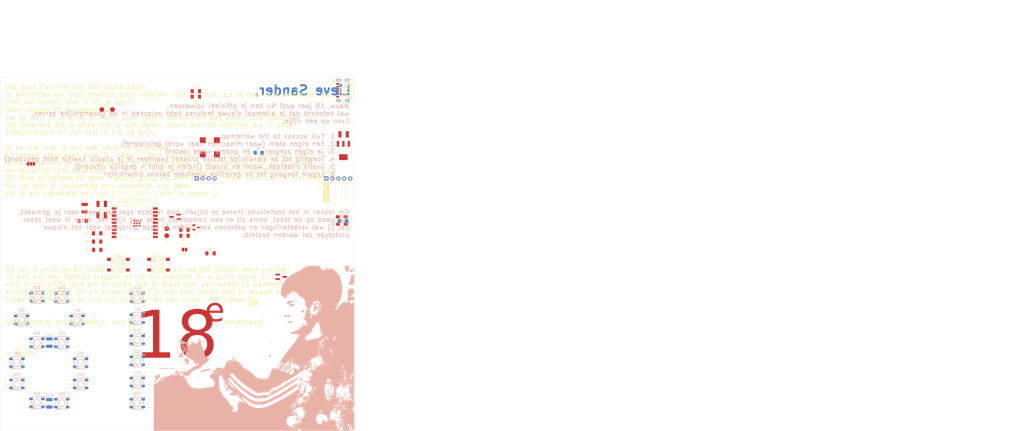
<source format=kicad_pcb>
(kicad_pcb (version 20241229) (generator "pcbnew") (generator_version "9.0")
  (title_block (title "BirtydayCard") (date "2025-03-29") (rev "V1") (comment 1 "Casper R. Tak"))
  (layers (0 "F.Cu" signal) (2 "B.Cu" signal) (13 "F.Paste" user) (15 "B.Paste" user) (5 "F.SilkS" user "F.Silkscreen") (7 "B.SilkS" user "B.Silkscreen") (1 "F.Mask" user) (3 "B.Mask" user) (25 "Edge.Cuts" user))
  (net 0 "")
  (net 1 "GND")
  (net 2 "+3V3")
  (net 3 "ESP_EN")
  (net 4 "GPIO0")
  (net 5 "BUZZ")
  (net 6 "Net-(D10-DIN)")
  (net 7 "Net-(D10-DOUT)")
  (net 8 "GPIO1")
  (net 9 "GPIO4")
  (net 10 "GPIO3")
  (net 11 "Net-(D11-DOUT)")
  (net 12 "D+_USB")
  (net 13 "Net-(D12-DOUT)")
  (net 14 "D-_USB")
  (net 15 "Net-(D13-DOUT)")
  (net 16 "GPIO7")
  (net 17 "GPIO6")
  (net 18 "Net-(USB1-CC2)")
  (net 19 "GPIO8")
  (net 20 "Net-(USB1-CC1)")
  (net 21 "GPIO5")
  (net 22 "Net-(D14-DOUT)")
  (net 23 "Net-(U1-RXD)")
  (net 24 "Net-(U1-TXD)")
  (net 25 "GPIO9")
  (net 26 "GPIO2")
  (net 27 "Net-(D15-DOUT)")
  (net 28 "+5V")
  (net 29 "Net-(Q1-D)")
  (net 30 "Net-(Q1-G)")
  (net 31 "Net-(D16-DOUT)")
  (net 32 "Net-(D16-DIN)")
  (net 33 "Net-(D17-DIN)")
  (net 34 "Net-(D18-DIN)")
  (net 35 "Net-(D19-DIN)")
  (net 36 "Net-(D20-DIN)")
  (net 38 "Net-(D22-DIN)")
  (net 39 "Net-(D23-DIN)")
  (net 40 "Net-(D24-DIN)")
  (net 41 "Net-(D25-DIN)")
  (net 42 "Net-(D26-DIN)")
  (net 43 "Net-(JP2-C)")
  (net 44 "Net-(LED2-K)")
  (net 45 "Net-(F1-Pad1)")
  (footprint "Jumper:SolderJumper-3_P1.3mm_Open_RoundedPad1.0x1.5mm" (layer "F.Cu") (at 37.45 65)
    (property "Reference" "JP2" (at 0 -1.8 0) (layer "F.SilkS"))
    (property "Value" "SolderJumper_3_Open")
    (pad "1" smd custom (at -1.3 0) (size 1 0.5) (layers "F.Cu" "F.Mask") (net 2 "+3V3") (options (clearance outline) (anchor rect)) (primitives (gr_circle (center 0 0.25) (end 0.5 0.25) (width 0) (fill yes)) (gr_circle (center 0 -0.25) (end 0.5 -0.25) (width 0) (fill yes)) (gr_poly (pts (xy 0.55 0.75) (xy 0 0.75) (xy 0 -0.75) (xy 0.55 -0.75)) (width 0) (fill yes))))
    (pad "2" smd rect (at 0 0) (size 1 1.5) (layers "F.Cu" "F.Mask") (net 43 "Net-(JP2-C)"))
    (pad "3" smd custom (at 1.3 0) (size 1 0.5) (layers "F.Cu" "F.Mask") (net 1 "GND") (options (clearance outline) (anchor rect)) (primitives (gr_circle (center 0 0.25) (end 0.5 0.25) (width 0) (fill yes)) (gr_circle (center 0 -0.25) (end 0.5 -0.25) (width 0) (fill yes)) (gr_poly (pts (xy 0 0.75) (xy -0.55 0.75) (xy -0.55 -0.75) (xy 0 -0.75)) (width 0) (fill yes))))
  )
  (footprint "TestPoint:TestPoint_Pad_D2.0mm" (layer "F.Cu") (at 95 95.5 180)
    (property "Reference" "TP1" (at 0 -1.998 0) (layer "F.SilkS"))
    (property "Value" "TestPoint_Probe")
    (pad "1" smd circle (at 0 0 180) (size 2 2) (layers "F.Cu" "F.Mask") (net 23 "Net-(U1-RXD)"))
  )
  (footprint "Resistor_SMD:R_1206_3216Metric_Pad1.30x1.75mm_HandSolder" (layer "F.Cu") (at 59.4 89.2)
    (property "Reference" "R15" (at 0 -1.82 0) (layer "F.SilkS"))
    (property "Value" "10k")
    (pad "1" smd roundrect (at -1.55 0) (size 1.3 1.75) (layers "F.Cu" "F.Mask" "F.Paste") (roundrect_rratio 0.192308) (net 2 "+3V3"))
    (pad "2" smd roundrect (at 1.55 0) (size 1.3 1.75) (layers "F.Cu" "F.Mask" "F.Paste") (roundrect_rratio 0.192308) (net 3 "ESP_EN"))
  )
  (footprint "Connector_PinSocket_2.54mm:PinSocket_1x04_P2.54mm_Vertical" (layer "F.Cu") (at 107.67 71.2 90)
    (property "Reference" "J1" (at 0 -2.63 270) (layer "F.SilkS"))
    (property "Value" "Conn_01x04_Socket")
    (pad "1" thru_hole rect (at 0 0 90) (size 1.7 1.7) (drill 1) (layers "*.Cu" "*.Mask") (net 17 "GPIO6"))
    (pad "2" thru_hole circle (at 0 2.54 90) (size 1.7 1.7) (drill 1) (layers "*.Cu" "*.Mask") (net 16 "GPIO7"))
    (pad "3" thru_hole circle (at 0 5.08 90) (size 1.7 1.7) (drill 1) (layers "*.Cu" "*.Mask") (net 1 "GND"))
    (pad "4" thru_hole circle (at 0 7.62 90) (size 1.7 1.7) (drill 1) (layers "*.Cu" "*.Mask") (net 2 "+3V3"))
  )
  (footprint "Package_TO_SOT_SMD:SOT-23_Handsoldering" (layer "F.Cu") (at 98.5 87.5 180)
    (property "Reference" "D6" (at 0 -2.75 0) (layer "F.SilkS"))
    (property "Value" "7A 150W")
    (pad "1" smd roundrect (at -1.5 -0.95 180) (size 1.9 0.8) (layers "F.Cu" "F.Mask" "F.Paste") (net 14 "D-_USB"))
    (pad "2" smd roundrect (at -1.5 0.95 180) (size 1.9 0.8) (layers "F.Cu" "F.Mask" "F.Paste") (net 12 "D+_USB"))
    (pad "3" smd roundrect (at 1.5 0 180) (size 1.9 0.8) (layers "F.Cu" "F.Mask" "F.Paste") (net 1 "GND"))
  )
  (footprint "Resistor_SMD:R_1206_3216Metric_Pad1.30x1.75mm_HandSolder" (layer "F.Cu") (at 65.5 98)
    (property "Reference" "R10" (at -3.95 0 0) (layer "F.SilkS"))
    (property "Value" "10k")
    (pad "1" smd roundrect (at -1.55 0) (size 1.3 1.75) (layers "F.Cu" "F.Mask" "F.Paste") (roundrect_rratio 0.192308) (net 2 "+3V3"))
    (pad "2" smd roundrect (at 1.55 0) (size 1.3 1.75) (layers "F.Cu" "F.Mask" "F.Paste") (roundrect_rratio 0.192308) (net 16 "GPIO7"))
  )
  (footprint "Resistor_SMD:R_1206_3216Metric_Pad1.30x1.75mm_HandSolder" (layer "F.Cu") (at 65.5 94.5)
    (property "Reference" "R11" (at -3.95 0 0) (layer "F.SilkS"))
    (property "Value" "10k")
    (pad "1" smd roundrect (at -1.55 0) (size 1.3 1.75) (layers "F.Cu" "F.Mask" "F.Paste") (roundrect_rratio 0.192308) (net 2 "+3V3"))
    (pad "2" smd roundrect (at 1.55 0) (size 1.3 1.75) (layers "F.Cu" "F.Mask" "F.Paste") (roundrect_rratio 0.192308) (net 17 "GPIO6"))
  )
  (footprint "Jumper:SolderJumper-2_P1.3mm_Open_Pad1.0x1.5mm" (layer "F.Cu") (at 102.55 101.4 180)
    (property "Reference" "JP1" (at 0 -1.8 0) (layer "F.SilkS"))
    (property "Value" "SolderJumper_2_Open")
    (pad "1" smd rect (at -0.65 0 180) (size 1 1.5) (layers "F.Cu" "F.Mask") (net 1 "GND"))
    (pad "2" smd rect (at 0.65 0 180) (size 1 1.5) (layers "F.Cu" "F.Mask") (net 25 "GPIO9"))
  )
  (footprint "Resistor_SMD:R_1206_3216Metric_Pad1.30x1.75mm_HandSolder" (layer "F.Cu") (at 107.35 36.5)
    (property "Reference" "R13" (at 0 2.1 0) (layer "F.SilkS"))
    (property "Value" "5k1")
    (pad "1" smd roundrect (at -1.55 0) (size 1.3 1.75) (layers "F.Cu" "F.Mask" "F.Paste") (roundrect_rratio 0.192308) (net 1 "GND"))
    (pad "2" smd roundrect (at 1.55 0) (size 1.3 1.75) (layers "F.Cu" "F.Mask" "F.Paste") (roundrect_rratio 0.192308) (net 18 "Net-(USB1-CC2)"))
  )
  (footprint "TestPoint:TestPoint_Pad_D2.0mm" (layer "F.Cu") (at 67.5 42)
    (property "Reference" "TP3" (at -2.25 0 90) (layer "F.SilkS"))
    (property "Value" "TestPoint_Probe")
    (pad "1" smd circle (at 0 0) (size 2 2) (layers "F.Cu" "F.Mask") (net 12 "D+_USB"))
  )
  (footprint "Resistor_SMD:R_1206_3216Metric_Pad1.30x1.75mm_HandSolder" (layer "F.Cu") (at 170.81 89.05 -90)
    (property "Reference" "R17" (at 0 -1.83 90) (layer "F.SilkS"))
    (property "Value" "1k")
    (pad "1" smd roundrect (at -1.55 0 270) (size 1.3 1.75) (layers "F.Cu" "F.Mask" "F.Paste") (roundrect_rratio 0.192308) (net 44 "Net-(LED2-K)"))
    (pad "2" smd roundrect (at 1.55 0 270) (size 1.3 1.75) (layers "F.Cu" "F.Mask" "F.Paste") (roundrect_rratio 0.192308) (net 1 "GND"))
  )
  (footprint "easyeda2kicad:BULETM-SMD_ESPRESSIF_ESP32-C3-WROOM-02-N4-4MB" (layer "F.Cu") (at 81.44 90)
    (property "Reference" "U1" (at -10.69 7.55 0) (layer "F.SilkS"))
    (property "Value" "ESP32-C3-WROOM-02-N4(4MB)")
    (fp_text user "ESP32 C3 WROOM 02" (at -8 -12 0) (layer "F.SilkS") (effects (font (thickness 0.1)) (justify left)))
    (fp_text user "ANTENNA" (at -6.5 -9.5 0) (layer "F.SilkS") (effects (font (size 2.03 2.03) (thickness 0.2)) (justify left)))
    (pad "1" smd rect (at -8.75 -6) (size 2 1) (layers "F.Cu" "F.Mask" "F.Paste") (net 2 "+3V3"))
    (pad "2" smd rect (at -8.75 -4.5) (size 2 1) (layers "F.Cu" "F.Mask" "F.Paste") (net 3 "ESP_EN"))
    (pad "3" smd rect (at -8.75 -3) (size 2 1) (layers "F.Cu" "F.Mask" "F.Paste") (net 9 "GPIO4"))
    (pad "4" smd rect (at -8.75 -1.5) (size 2 1) (layers "F.Cu" "F.Mask" "F.Paste") (net 21 "GPIO5"))
    (pad "5" smd rect (at -8.75 0) (size 2 1) (layers "F.Cu" "F.Mask" "F.Paste") (net 17 "GPIO6"))
    (pad "6" smd rect (at -8.75 1.5) (size 2 1) (layers "F.Cu" "F.Mask" "F.Paste") (net 16 "GPIO7"))
    (pad "7" smd rect (at -8.75 3) (size 2 1) (layers "F.Cu" "F.Mask" "F.Paste") (net 19 "GPIO8"))
    (pad "8" smd rect (at -8.75 4.5) (size 2 1) (layers "F.Cu" "F.Mask" "F.Paste") (net 25 "GPIO9"))
    (pad "9" smd rect (at -8.75 6) (size 2 1) (layers "F.Cu" "F.Mask" "F.Paste") (net 1 "GND"))
    (pad "10" smd rect (at 8.75 6) (size 2 1) (layers "F.Cu" "F.Mask" "F.Paste") (net 5 "BUZZ"))
    (pad "11" smd rect (at 8.75 4.5) (size 2 1) (layers "F.Cu" "F.Mask" "F.Paste") (net 23 "Net-(U1-RXD)"))
    (pad "12" smd rect (at 8.75 3) (size 2 1) (layers "F.Cu" "F.Mask" "F.Paste") (net 24 "Net-(U1-TXD)"))
    (pad "13" smd rect (at 8.75 1.5) (size 2 1) (layers "F.Cu" "F.Mask" "F.Paste") (net 14 "D-_USB"))
    (pad "14" smd rect (at 8.75 0) (size 2 1) (layers "F.Cu" "F.Mask" "F.Paste") (net 12 "D+_USB"))
    (pad "15" smd rect (at 8.75 -1.5) (size 2 1) (layers "F.Cu" "F.Mask" "F.Paste") (net 10 "GPIO3"))
    (pad "16" smd rect (at 8.75 -3) (size 2 1) (layers "F.Cu" "F.Mask" "F.Paste") (net 26 "GPIO2"))
    (pad "17" smd rect (at 8.75 -4.5) (size 2 1) (layers "F.Cu" "F.Mask" "F.Paste") (net 8 "GPIO1"))
    (pad "18" smd rect (at 8.75 -6) (size 2 1) (layers "F.Cu" "F.Mask" "F.Paste") (net 4 "GPIO0"))
    (pad "19" smd rect (at -0.14 -0.9) (size 0.7 0.7) (layers "F.Cu" "F.Mask" "F.Paste") (net 1 "GND"))
    (pad "19" smd rect (at -0.14 0.2) (size 0.7 0.7) (layers "F.Cu" "F.Mask" "F.Paste") (net 1 "GND"))
    (pad "19" smd rect (at -0.14 1.3) (size 0.7 0.7) (layers "F.Cu" "F.Mask" "F.Paste") (net 1 "GND"))
    (pad "19" smd rect (at 0.96 -0.9) (size 0.7 0.7) (layers "F.Cu" "F.Mask" "F.Paste") (net 1 "GND"))
    (pad "19" smd rect (at 0.96 0.2) (size 0.7 0.7) (layers "F.Cu" "F.Mask" "F.Paste") (net 1 "GND"))
    (pad "19" smd rect (at 0.96 1.3) (size 0.7 0.7) (layers "F.Cu" "F.Mask" "F.Paste") (net 1 "GND"))
    (pad "19" smd rect (at 2.06 -0.9) (size 0.7 0.7) (layers "F.Cu" "F.Mask" "F.Paste") (net 1 "GND"))
    (pad "19" smd rect (at 2.06 0.2) (size 0.7 0.7) (layers "F.Cu" "F.Mask" "F.Paste") (net 1 "GND"))
    (pad "19" smd rect (at 2.06 1.3) (size 0.7 0.7) (layers "F.Cu" "F.Mask" "F.Paste") (net 1 "GND"))
  )
  (footprint "Resistor_SMD:R_1206_3216Metric_Pad1.30x1.75mm_HandSolder" (layer "F.Cu") (at 113.55 103 180)
    (property "Reference" "R12" (at 0 1.8 0) (layer "F.SilkS"))
    (property "Value" "220")
    (pad "1" smd roundrect (at -1.55 0 180) (size 1.3 1.75) (layers "F.Cu" "F.Mask" "F.Paste") (roundrect_rratio 0.192308) (net 6 "Net-(D10-DIN)"))
    (pad "2" smd roundrect (at 1.55 0 180) (size 1.3 1.75) (layers "F.Cu" "F.Mask" "F.Paste") (roundrect_rratio 0.192308) (net 10 "GPIO3"))
  )
  (footprint "LOGO" (layer "F.Cu") (at 131 124 -45)
    (property "Reference" "G***" (hide yes))
    (property "Value" "LOGO" (hide yes))
  )
  (footprint "Package_TO_SOT_SMD:SOT-23_Handsoldering" (layer "F.Cu") (at 143.5 112.95)
    (property "Reference" "D5" (at -3.5 0.05 90) (layer "F.SilkS"))
    (property "Value" "7A 150W")
    (pad "1" smd roundrect (at -1.5 -0.95) (size 1.9 0.8) (layers "F.Cu" "F.Mask" "F.Paste") (net 16 "GPIO7"))
    (pad "2" smd roundrect (at -1.5 0.95) (size 1.9 0.8) (layers "F.Cu" "F.Mask" "F.Paste") (net 17 "GPIO6"))
    (pad "3" smd roundrect (at 1.5 0) (size 1.9 0.8) (layers "F.Cu" "F.Mask" "F.Paste") (net 1 "GND"))
  )
  (footprint "Resistor_SMD:R_1206_3216Metric_Pad1.30x1.75mm_HandSolder" (layer "F.Cu") (at 102.5 93)
    (property "Reference" "R19" (at 0 -1.83 0) (layer "F.SilkS"))
    (property "Value" "1k")
    (pad "1" smd roundrect (at -1.55 0) (size 1.3 1.75) (layers "F.Cu" "F.Mask" "F.Paste") (roundrect_rratio 0.192308) (net 5 "BUZZ"))
    (pad "2" smd roundrect (at 1.55 0) (size 1.3 1.75) (layers "F.Cu" "F.Mask" "F.Paste") (roundrect_rratio 0.192308) (net 30 "Net-(Q1-G)"))
  )
  (footprint "Resistor_SMD:R_1206_3216Metric_Pad1.30x1.75mm_HandSolder" (layer "F.Cu") (at 107.35 34.2)
    (property "Reference" "R16" (at 0 -1.82 0) (layer "F.SilkS"))
    (property "Value" "5k1")
    (pad "1" smd roundrect (at -1.55 0) (size 1.3 1.75) (layers "F.Cu" "F.Mask" "F.Paste") (roundrect_rratio 0.192308) (net 1 "GND"))
    (pad "2" smd roundrect (at 1.55 0) (size 1.3 1.75) (layers "F.Cu" "F.Mask" "F.Paste") (roundrect_rratio 0.192308) (net 20 "Net-(USB1-CC1)"))
  )
  (footprint "easyeda2kicad:SOT-23-3_L2.9-W1.3-P1.90-LS2.4-BR" (layer "F.Cu") (at 107.5 92 180)
    (property "Reference" "Q1" (at 0 -2.5 0) (layer "F.SilkS"))
    (property "Value" "2N7002_C306856")
    (pad "1" smd rect (at 1 0.95 180) (size 1.25 0.7) (layers "F.Cu" "F.Mask" "F.Paste") (net 30 "Net-(Q1-G)"))
    (pad "2" smd rect (at 1 -0.95 180) (size 1.25 0.7) (layers "F.Cu" "F.Mask" "F.Paste") (net 1 "GND"))
    (pad "3" smd rect (at -1 0 180) (size 1.25 0.7) (layers "F.Cu" "F.Mask" "F.Paste") (net 29 "Net-(Q1-D)"))
  )
  (footprint "Capacitor_SMD:C_1210_3225Metric_Pad1.33x2.70mm_HandSolder" (layer "F.Cu") (at 60.2 83.8 -90)
    (property "Reference" "C17" (at -3.25 0 0) (layer "F.SilkS"))
    (property "Value" "10uF 25V")
    (pad "1" smd roundrect (at -1.5625 0 270) (size 1.325 2.7) (layers "F.Cu" "F.Mask" "F.Paste") (roundrect_rratio 0.188679) (net 1 "GND"))
    (pad "2" smd roundrect (at 1.5625 0 270) (size 1.325 2.7) (layers "F.Cu" "F.Mask" "F.Paste") (roundrect_rratio 0.188679) (net 3 "ESP_EN"))
  )
  (footprint "Capacitor_SMD:C_1210_3225Metric_Pad1.33x2.70mm_HandSolder" (layer "F.Cu") (at 67.4 86.8 180)
    (property "Reference" "C15" (at 0 2.2 180) (layer "F.SilkS"))
    (property "Value" "100nF 50V")
    (pad "1" smd roundrect (at -1.5625 0 180) (size 1.325 2.7) (layers "F.Cu" "F.Mask" "F.Paste") (roundrect_rratio 0.188679) (net 2 "+3V3"))
    (pad "2" smd roundrect (at 1.5625 0 180) (size 1.325 2.7) (layers "F.Cu" "F.Mask" "F.Paste") (roundrect_rratio 0.188679) (net 1 "GND"))
  )
  (footprint "easyeda2kicad:KEY-SMD_4P-L6.2-W6.2-P4.50-LS9.0" (layer "F.Cu") (at 91.5 107.8)
    (property "Reference" "KEY2" (at 0 -4 0) (layer "F.SilkS"))
    (property "Value" "DTSM-61R-V-T/R")
    (pad "1" smd rect (at -4 -2.25 180) (size 1.6 1.3) (layers "F.Cu" "F.Mask" "F.Paste") (net 1 "GND"))
    (pad "2" smd rect (at 4 -2.25 180) (size 1.6 1.3) (layers "F.Cu" "F.Mask" "F.Paste") (net 1 "GND"))
    (pad "3" smd rect (at -4 2.25 180) (size 1.6 1.3) (layers "F.Cu" "F.Mask" "F.Paste") (net 9 "GPIO4"))
    (pad "4" smd rect (at 4 2.25 180) (size 1.6 1.3) (layers "F.Cu" "F.Mask" "F.Paste") (net 9 "GPIO4"))
  )
  (footprint "easyeda2kicad:KEY-SMD_4P-L6.2-W6.2-P4.50-LS9.0" (layer "F.Cu") (at 74.5 107.8)
    (property "Reference" "KEY1" (at 0 -4 0) (layer "F.SilkS"))
    (property "Value" "DTSM-61R-V-T/R")
    (pad "1" smd rect (at -4 -2.25 180) (size 1.6 1.3) (layers "F.Cu" "F.Mask" "F.Paste") (net 1 "GND"))
    (pad "2" smd rect (at 4 -2.25 180) (size 1.6 1.3) (layers "F.Cu" "F.Mask" "F.Paste") (net 1 "GND"))
    (pad "3" smd rect (at -4 2.25 180) (size 1.6 1.3) (layers "F.Cu" "F.Mask" "F.Paste") (net 21 "GPIO5"))
    (pad "4" smd rect (at 4 2.25 180) (size 1.6 1.3) (layers "F.Cu" "F.Mask" "F.Paste") (net 21 "GPIO5"))
  )
  (footprint "Capacitor_SMD:C_1210_3225Metric_Pad1.33x2.70mm_HandSolder" (layer "F.Cu") (at 169.9375 52.5 180)
    (property "Reference" "C16" (at 0 2.5 0) (layer "F.SilkS"))
    (property "Value" "47uF 10V")
    (pad "1" smd roundrect (at -1.5625 0 180) (size 1.325 2.7) (layers "F.Cu" "F.Mask" "F.Paste") (roundrect_rratio 0.188679) (net 1 "GND"))
    (pad "2" smd roundrect (at 1.5625 0 180) (size 1.325 2.7) (layers "F.Cu" "F.Mask" "F.Paste") (roundrect_rratio 0.188679) (net 28 "+5V"))
  )
  (footprint "TestPoint:TestPoint_Pad_D2.0mm" (layer "F.Cu") (at 95 92.5 -90)
    (property "Reference" "TP2" (at -2.25 0 0) (layer "F.SilkS"))
    (property "Value" "TestPoint_Probe")
    (pad "1" smd circle (at 0 0 270) (size 2 2) (layers "F.Cu" "F.Mask") (net 24 "Net-(U1-TXD)"))
  )
  (footprint "TestPoint:TestPoint_Pad_D2.0mm" (layer "F.Cu") (at 72 42 90)
    (property "Reference" "TP4" (at 0 -1.998 90) (layer "F.SilkS"))
    (property "Value" "TestPoint_Probe")
    (pad "1" smd circle (at 0 0 90) (size 2 2) (layers "F.Cu" "F.Mask") (net 14 "D-_USB"))
  )
  (footprint "easyeda2kicad:TYPE-C-SMD_TYPE-C-6P_5" (layer "F.Cu") (at 169.47 33.82 90)
    (property "Reference" "USB1" (at 3.32 -3.67 90) (layer "F.SilkS"))
    (property "Value" "TYPE-C 6P(073)")
    (pad "7" thru_hole oval (at -4.32 -1.78 90) (size 1.1 1.7) (drill oval 0.700024 1.199998) (layers "*.Cu" "*.Mask") (net 1 "GND"))
    (pad "7" thru_hole oval (at -4.32 2.03 90) (size 1.1 1.7) (drill oval 0.700024 1.199998) (layers "*.Cu" "*.Mask") (net 1 "GND"))
    (pad "7" thru_hole oval (at 4.32 -1.78 90) (size 1.1 1.7) (drill oval 0.700024 1.199998) (layers "*.Cu" "*.Mask") (net 1 "GND"))
    (pad "7" thru_hole oval (at 4.32 2.03 90) (size 1.1 1.7) (drill oval 0.700024 1.199998) (layers "*.Cu" "*.Mask") (net 1 "GND"))
    (pad "A5" smd rect (at -0.5 -2.03 90) (size 0.7 1.2) (layers "F.Cu" "F.Mask" "F.Paste") (net 20 "Net-(USB1-CC1)"))
    (pad "A9" smd rect (at 1.5 -2.03 90) (size 0.7 1.2) (layers "F.Cu" "F.Mask" "F.Paste") (net 45 "Net-(F1-Pad1)"))
    (pad "A12" smd rect (at 2.7 -2.03 90) (size 0.8 1.2) (layers "F.Cu" "F.Mask" "F.Paste") (net 1 "GND"))
    (pad "B5" smd rect (at 0.5 -2.03 90) (size 0.7 1.2) (layers "F.Cu" "F.Mask" "F.Paste") (net 18 "Net-(USB1-CC2)"))
    (pad "B9" smd rect (at -1.5 -2.03 90) (size 0.7 1.2) (layers "F.Cu" "F.Mask" "F.Paste") (net 45 "Net-(F1-Pad1)"))
    (pad "B12" smd rect (at -2.7 -2.03 90) (size 0.8 1.2) (layers "F.Cu" "F.Mask" "F.Paste") (net 1 "GND"))
  )
  (footprint "Connector_PinSocket_2.54mm:PinSocket_1x05_P2.54mm_Horizontal" (layer "F.Cu") (at 162.63 71.25 90)
    (property "Reference" "J2" (at -4.38 -2.77 90) (layer "F.SilkS"))
    (property "Value" "Conn_01x05_Pin")
    (pad "1" thru_hole rect (at 0 0 90) (size 1.7 1.7) (drill 1) (layers "*.Cu" "*.Mask") (net 1 "GND"))
    (pad "2" thru_hole circle (at 0 2.54 90) (size 1.7 1.7) (drill 1) (layers "*.Cu" "*.Mask") (net 2 "+3V3"))
    (pad "3" thru_hole circle (at 0 5.08 90) (size 1.7 1.7) (drill 1) (layers "*.Cu" "*.Mask") (net 26 "GPIO2"))
    (pad "4" thru_hole circle (at 0 7.62 90) (size 1.7 1.7) (drill 1) (layers "*.Cu" "*.Mask") (net 8 "GPIO1"))
    (pad "5" thru_hole circle (at 0 10.16 90) (size 1.7 1.7) (drill 1) (layers "*.Cu" "*.Mask") (net 4 "GPIO0"))
  )
  (footprint "Resistor_SMD:R_1206_3216Metric_Pad1.30x1.75mm_HandSolder" (layer "F.Cu") (at 167.5 89.05 -90)
    (property "Reference" "R18" (at 0 -1.83 90) (layer "F.SilkS"))
    (property "Value" "1k")
    (pad "1" smd roundrect (at -1.55 0 270) (size 1.3 1.75) (layers "F.Cu" "F.Mask" "F.Paste") (roundrect_rratio 0.192308) (net 44 "Net-(LED2-K)"))
    (pad "2" smd roundrect (at 1.55 0 270) (size 1.3 1.75) (layers "F.Cu" "F.Mask" "F.Paste") (roundrect_rratio 0.192308) (net 1 "GND"))
  )
  (footprint "Resistor_SMD:R_1206_3216Metric_Pad1.30x1.75mm_HandSolder" (layer "F.Cu") (at 102.5 95.5 180)
    (property "Reference" "R9" (at 0 -1.82 0) (layer "F.SilkS"))
    (property "Value" "10k")
    (pad "1" smd roundrect (at -1.55 0 180) (size 1.3 1.75) (layers "F.Cu" "F.Mask" "F.Paste") (roundrect_rratio 0.192308) (net 1 "GND"))
    (pad "2" smd roundrect (at 1.55 0 180) (size 1.3 1.75) (layers "F.Cu" "F.Mask" "F.Paste") (roundrect_rratio 0.192308) (net 5 "BUZZ"))
  )
  (footprint "easyeda2kicad:SOT-223-4_L6.5-W3.5-P2.30-LS7.0-BR" (layer "F.Cu") (at 169.8375 59.36 90)
    (property "Reference" "U2" (at 0 -4 90) (layer "F.SilkS"))
    (property "Value" "AMS1117-3.3_C347222")
    (pad "1" smd rect (at 2.83 2.3 90) (size 2.47 0.98) (layers "F.Cu" "F.Mask" "F.Paste") (net 1 "GND"))
    (pad "2" smd rect (at 2.83 0 90) (size 2.47 0.98) (layers "F.Cu" "F.Mask" "F.Paste") (net 2 "+3V3"))
    (pad "3" smd rect (at 2.83 -2.3 90) (size 2.47 0.98) (layers "F.Cu" "F.Mask" "F.Paste") (net 28 "+5V"))
    (pad "4" smd rect (at -2.83 0 90) (size 2.47 3.6) (layers "F.Cu" "F.Mask" "F.Paste") (net 1 "GND"))
  )
  (footprint "Capacitor_SMD:C_1210_3225Metric_Pad1.33x2.70mm_HandSolder" (layer "F.Cu") (at 67.4375 82)
    (property "Reference" "C14" (at 0 -2.3 0) (layer "F.SilkS"))
    (property "Value" "47uF 10V")
    (pad "1" smd roundrect (at -1.5625 0) (size 1.325 2.7) (layers "F.Cu" "F.Mask" "F.Paste") (roundrect_rratio 0.188679) (net 1 "GND"))
    (pad "2" smd roundrect (at 1.5625 0) (size 1.325 2.7) (layers "F.Cu" "F.Mask" "F.Paste") (roundrect_rratio 0.188679) (net 2 "+3V3"))
  )
  (footprint "Library:Buzzer KSSGK4B16-20" (layer "F.Cu") (at 113.25 58.25)
    (property "Reference" "LS1" (at 0 -5.5 0) (layer "F.SilkS") (effects (font (thickness 0.1))))
    (property "Value" "KSSGK4B16-20")
    (pad "N" smd rect (at -3 2.75 180) (size 2.5 2.5) (layers "F.Cu" "F.Mask" "F.Paste") (net 29 "Net-(Q1-D)"))
    (pad "NC1" smd rect (at 3 -3.25 180) (size 2.5 2.5) (layers "F.Cu" "F.Mask" "F.Paste"))
    (pad "NC2" smd rect (at 3 2.75 180) (size 2.5 2.5) (layers "F.Cu" "F.Mask" "F.Paste"))
    (pad "P" smd rect (at -3 -3.25 180) (size 2.5 2.5) (layers "F.Cu" "F.Mask" "F.Paste") (net 2 "+3V3"))
  )
  (footprint "Resistor_SMD:R_1206_3216Metric_Pad1.30x1.75mm_HandSolder" (layer "F.Cu") (at 65.55 101.5 180)
    (property "Reference" "R14" (at 4 0 0) (layer "F.SilkS"))
    (property "Value" "10k")
    (pad "1" smd roundrect (at -1.55 0 180) (size 1.3 1.75) (layers "F.Cu" "F.Mask" "F.Paste") (roundrect_rratio 0.192308) (net 19 "GPIO8"))
    (pad "2" smd roundrect (at 1.55 0 180) (size 1.3 1.75) (layers "F.Cu" "F.Mask" "F.Paste") (roundrect_rratio 0.192308) (net 43 "Net-(JP2-C)"))
  )
  (footprint "easyeda2kicad:LED-SMD_4P-L5.0-W5.0-BL_TC5050RGB" (layer "B.Cu") (at 82.5 139.65 180)
    (property "Reference" "D12" (at 0 4 0) (layer "B.SilkS") (effects (justify mirror)))
    (property "Value" "WS2812B")
    (pad "1" smd rect (at -2.5 1.65 180) (size 1.5 1) (layers "B.Cu" "B.Mask" "B.Paste") (net 2 "+3V3"))
    (pad "2" smd rect (at -2.5 -1.65 180) (size 1.5 1) (layers "B.Cu" "B.Mask" "B.Paste") (net 13 "Net-(D12-DOUT)"))
    (pad "3" smd rect (at 2.5 -1.65 180) (size 1.5 1) (layers "B.Cu" "B.Mask" "B.Paste") (net 1 "GND"))
    (pad "4" smd rect (at 2.5 1.65 180) (size 1.5 1) (layers "B.Cu" "B.Mask" "B.Paste") (net 11 "Net-(D11-DOUT)"))
  )
  (footprint "LOGO" (layer "B.Cu") (at 132 143.25 180)
    (property "Reference" "G***" (hide yes))
    (property "Value" "LOGO" (hide yes))
  )
  (footprint "easyeda2kicad:LED-SMD_4P-L5.0-W5.0-BL_TC5050RGB" (layer "B.Cu") (at 40 166.41 180)
    (property "Reference" "D25" (at 0 4 0) (layer "B.SilkS") (effects (justify mirror)))
    (property "Value" "WS2812B")
    (pad "1" smd rect (at -2.5 1.65 180) (size 1.5 1) (layers "B.Cu" "B.Mask" "B.Paste") (net 2 "+3V3"))
    (pad "2" smd rect (at -2.5 -1.65 180) (size 1.5 1) (layers "B.Cu" "B.Mask" "B.Paste") (net 40 "Net-(D24-DIN)"))
    (pad "3" smd rect (at 2.5 -1.65 180) (size 1.5 1) (layers "B.Cu" "B.Mask" "B.Paste") (net 1 "GND"))
    (pad "4" smd rect (at 2.5 1.65 180) (size 1.5 1) (layers "B.Cu" "B.Mask" "B.Paste") (net 41 "Net-(D25-DIN)"))
  )
  (footprint "easyeda2kicad:LED-SMD_4P-L5.0-W5.0-BL_TC5050RGB" (layer "B.Cu") (at 31.5 149.41 180)
    (property "Reference" "D27" (at 0 4 0) (layer "B.SilkS") (effects (justify mirror)))
    (property "Value" "WS2812B")
    (pad "1" smd rect (at -2.5 1.65 180) (size 1.5 1) (layers "B.Cu" "B.Mask" "B.Paste") (net 2 "+3V3"))
    (pad "2" smd rect (at -2.5 -1.65 180) (size 1.5 1) (layers "B.Cu" "B.Mask" "B.Paste") (net 42 "Net-(D26-DIN)"))
    (pad "3" smd rect (at 2.5 -1.65 180) (size 1.5 1) (layers "B.Cu" "B.Mask" "B.Paste") (net 1 "GND"))
    (pad "4" smd rect (at 2.5 1.65 180) (size 1.5 1) (layers "B.Cu" "B.Mask" "B.Paste") (net 31 "Net-(D16-DOUT)"))
  )
  (footprint "Fuse:Fuse_1206_3216Metric_Pad1.42x1.75mm_HandSolder" (layer "B.Cu") (at 133.9 60.35 180)
    (property "Reference" "F1" (at 0 1.83 0) (layer "B.SilkS") (effects (justify mirror)))
    (property "Value" "Fuse_Small 2A")
    (pad "1" smd roundrect (at -1.4875 0 180) (size 1.425 1.75) (layers "B.Cu" "B.Mask" "B.Paste") (roundrect_rratio 0.175439) (net 45 "Net-(F1-Pad1)"))
    (pad "2" smd roundrect (at 1.4875 0 180) (size 1.425 1.75) (layers "B.Cu" "B.Mask" "B.Paste") (roundrect_rratio 0.175439) (net 28 "+5V"))
  )
  (footprint "easyeda2kicad:LED1206-R-RD_RED" (layer "B.Cu") (at 169.71 89.3 180)
    (property "Reference" "LED2" (at 0.01 2 0) (layer "B.SilkS") (effects (justify mirror)))
    (property "Value" "FC-3215HRK-620D")
    (pad "1" smd rect (at 1.49 0 180) (size 1.49 1.62) (layers "B.Cu" "B.Mask" "B.Paste") (net 28 "+5V"))
    (pad "2" smd rect (at -1.49 0 180) (size 1.49 1.62) (layers "B.Cu" "B.Mask" "B.Paste") (net 44 "Net-(LED2-K)"))
  )
  (footprint "Capacitor_SMD:C_1210_3225Metric_Pad1.33x2.70mm_HandSolder" (layer "B.Cu") (at 45.25 166.6125 -90)
    (property "Reference" "C33" (at -3.0125 0 180) (layer "B.SilkS") (effects (justify mirror)))
    (property "Value" "100nF 50V")
    (pad "1" smd roundrect (at -1.5625 0 270) (size 1.325 2.7) (layers "B.Cu" "B.Mask" "B.Paste") (roundrect_rratio 0.188679) (net 2 "+3V3"))
    (pad "2" smd roundrect (at 1.5625 0 270) (size 1.325 2.7) (layers "B.Cu" "B.Mask" "B.Paste") (roundrect_rratio 0.188679) (net 1 "GND"))
  )
  (footprint "easyeda2kicad:LED-SMD_4P-L5.0-W5.0-BL_TC5050RGB" (layer "B.Cu") (at 40 140.91 180)
    (property "Reference" "D20" (at 0 4 0) (layer "B.SilkS") (effects (justify mirror)))
    (property "Value" "WS2812B")
    (pad "1" smd rect (at -2.5 1.65 180) (size 1.5 1) (layers "B.Cu" "B.Mask" "B.Paste") (net 2 "+3V3"))
    (pad "2" smd rect (at -2.5 -1.65 180) (size 1.5 1) (layers "B.Cu" "B.Mask" "B.Paste") (net 35 "Net-(D19-DIN)"))
    (pad "3" smd rect (at 2.5 -1.65 180) (size 1.5 1) (layers "B.Cu" "B.Mask" "B.Paste") (net 1 "GND"))
    (pad "4" smd rect (at 2.5 1.65 180) (size 1.5 1) (layers "B.Cu" "B.Mask" "B.Paste") (net 36 "Net-(D20-DIN)"))
  )
  (footprint "easyeda2kicad:LED-SMD_4P-L5.0-W5.0-BL_TC5050RGB" (layer "B.Cu") (at 33.5 131.21 180)
    (property "Reference" "D19" (at 0 4 0) (layer "B.SilkS") (effects (justify mirror)))
    (property "Value" "WS2812B")
    (pad "1" smd rect (at -2.5 1.65 180) (size 1.5 1) (layers "B.Cu" "B.Mask" "B.Paste") (net 2 "+3V3"))
    (pad "2" smd rect (at -2.5 -1.65 180) (size 1.5 1) (layers "B.Cu" "B.Mask" "B.Paste") (net 34 "Net-(D18-DIN)"))
    (pad "3" smd rect (at 2.5 -1.65 180) (size 1.5 1) (layers "B.Cu" "B.Mask" "B.Paste") (net 1 "GND"))
    (pad "4" smd rect (at 2.5 1.65 180) (size 1.5 1) (layers "B.Cu" "B.Mask" "B.Paste") (net 35 "Net-(D19-DIN)"))
  )
  (footprint "easyeda2kicad:LED-SMD_4P-L5.0-W5.0-BL_TC5050RGB" (layer "B.Cu") (at 57 131.21 180)
    (property "Reference" "D17" (at 0 4 0) (layer "B.SilkS") (effects (justify mirror)))
    (property "Value" "WS2812B")
    (pad "1" smd rect (at -2.5 1.65 180) (size 1.5 1) (layers "B.Cu" "B.Mask" "B.Paste") (net 2 "+3V3"))
    (pad "2" smd rect (at -2.5 -1.65 180) (size 1.5 1) (layers "B.Cu" "B.Mask" "B.Paste") (net 32 "Net-(D16-DIN)"))
    (pad "3" smd rect (at 2.5 -1.65 180) (size 1.5 1) (layers "B.Cu" "B.Mask" "B.Paste") (net 1 "GND"))
    (pad "4" smd rect (at 2.5 1.65 180) (size 1.5 1) (layers "B.Cu" "B.Mask" "B.Paste") (net 33 "Net-(D17-DIN)"))
  )
  (footprint "easyeda2kicad:LED-SMD_4P-L5.0-W5.0-BL_TC5050RGB" (layer "B.Cu") (at 40 121.56 180)
    (property "Reference" "D18" (at 0 4 0) (layer "B.SilkS") (effects (justify mirror)))
    (property "Value" "WS2812B")
    (pad "1" smd rect (at -2.5 1.65 180) (size 1.5 1) (layers "B.Cu" "B.Mask" "B.Paste") (net 2 "+3V3"))
    (pad "2" smd rect (at -2.5 -1.65 180) (size 1.5 1) (layers "B.Cu" "B.Mask" "B.Paste") (net 33 "Net-(D17-DIN)"))
    (pad "3" smd rect (at 2.5 -1.65 180) (size 1.5 1) (layers "B.Cu" "B.Mask" "B.Paste") (net 1 "GND"))
    (pad "4" smd rect (at 2.5 1.65 180) (size 1.5 1) (layers "B.Cu" "B.Mask" "B.Paste") (net 34 "Net-(D18-DIN)"))
  )
  (footprint "easyeda2kicad:LED-SMD_4P-L5.0-W5.0-BL_TC5050RGB" (layer "B.Cu") (at 82.5 157.59 180)
    (property "Reference" "D14" (at 0 4 0) (layer "B.SilkS") (effects (justify mirror)))
    (property "Value" "WS2812B")
    (pad "1" smd rect (at -2.5 1.65 180) (size 1.5 1) (layers "B.Cu" "B.Mask" "B.Paste") (net 2 "+3V3"))
    (pad "2" smd rect (at -2.5 -1.65 180) (size 1.5 1) (layers "B.Cu" "B.Mask" "B.Paste") (net 22 "Net-(D14-DOUT)"))
    (pad "3" smd rect (at 2.5 -1.65 180) (size 1.5 1) (layers "B.Cu" "B.Mask" "B.Paste") (net 1 "GND"))
    (pad "4" smd rect (at 2.5 1.65 180) (size 1.5 1) (layers "B.Cu" "B.Mask" "B.Paste") (net 15 "Net-(D13-DOUT)"))
  )
  (footprint "easyeda2kicad:LED-SMD_4P-L5.0-W5.0-BL_TC5050RGB" (layer "B.Cu") (at 82.5 121.71 180)
    (property "Reference" "D10" (at 0 4 0) (layer "B.SilkS") (effects (justify mirror)))
    (property "Value" "WS2812B")
    (pad "1" smd rect (at -2.5 1.65 180) (size 1.5 1) (layers "B.Cu" "B.Mask" "B.Paste") (net 2 "+3V3"))
    (pad "2" smd rect (at -2.5 -1.65 180) (size 1.5 1) (layers "B.Cu" "B.Mask" "B.Paste") (net 7 "Net-(D10-DOUT)"))
    (pad "3" smd rect (at 2.5 -1.65 180) (size 1.5 1) (layers "B.Cu" "B.Mask" "B.Paste") (net 1 "GND"))
    (pad "4" smd rect (at 2.5 1.65 180) (size 1.5 1) (layers "B.Cu" "B.Mask" "B.Paste") (net 6 "Net-(D10-DIN)"))
  )
  (footprint "Capacitor_SMD:C_1210_3225Metric_Pad1.33x2.70mm_HandSolder" (layer "B.Cu") (at 45.25 140.85 90)
    (property "Reference" "C32" (at 3 0 180) (layer "B.SilkS") (effects (justify mirror)))
    (property "Value" "100nF 50V")
    (pad "1" smd roundrect (at -1.5625 0 90) (size 1.325 2.7) (layers "B.Cu" "B.Mask" "B.Paste") (roundrect_rratio 0.188679) (net 2 "+3V3"))
    (pad "2" smd roundrect (at 1.5625 0 90) (size 1.325 2.7) (layers "B.Cu" "B.Mask" "B.Paste") (roundrect_rratio 0.188679) (net 1 "GND"))
  )
  (footprint "easyeda2kicad:LED-SMD_4P-L5.0-W5.0-BL_TC5050RGB" (layer "B.Cu") (at 50.5 121.71 180)
    (property "Reference" "D16" (at 0 4 0) (layer "B.SilkS") (effects (justify mirror)))
    (property "Value" "WS2812B")
    (pad "1" smd rect (at -2.5 1.65 180) (size 1.5 1) (layers "B.Cu" "B.Mask" "B.Paste") (net 2 "+3V3"))
    (pad "2" smd rect (at -2.5 -1.65 180) (size 1.5 1) (layers "B.Cu" "B.Mask" "B.Paste") (net 31 "Net-(D16-DOUT)"))
    (pad "3" smd rect (at 2.5 -1.65 180) (size 1.5 1) (layers "B.Cu" "B.Mask" "B.Paste") (net 1 "GND"))
    (pad "4" smd rect (at 2.5 1.65 180) (size 1.5 1) (layers "B.Cu" "B.Mask" "B.Paste") (net 32 "Net-(D16-DIN)"))
  )
  (footprint "easyeda2kicad:LED-SMD_4P-L5.0-W5.0-BL_TC5050RGB" (layer "B.Cu") (at 82.5 166.56 180)
    (property "Reference" "D15" (at 0 4 0) (layer "B.SilkS") (effects (justify mirror)))
    (property "Value" "WS2812B")
    (pad "1" smd rect (at -2.5 1.65 180) (size 1.5 1) (layers "B.Cu" "B.Mask" "B.Paste") (net 2 "+3V3"))
    (pad "2" smd rect (at -2.5 -1.65 180) (size 1.5 1) (layers "B.Cu" "B.Mask" "B.Paste") (net 27 "Net-(D15-DOUT)"))
    (pad "3" smd rect (at 2.5 -1.65 180) (size 1.5 1) (layers "B.Cu" "B.Mask" "B.Paste") (net 1 "GND"))
    (pad "4" smd rect (at 2.5 1.65 180) (size 1.5 1) (layers "B.Cu" "B.Mask" "B.Paste") (net 22 "Net-(D14-DOUT)"))
  )
  (footprint "easyeda2kicad:LED-SMD_4P-L5.0-W5.0-BL_TC5050RGB" (layer "B.Cu") (at 31.5 158.41 180)
    (property "Reference" "D26" (at 0 4 0) (layer "B.SilkS") (effects (justify mirror)))
    (property "Value" "WS2812B")
    (pad "1" smd rect (at -2.5 1.65 180) (size 1.5 1) (layers "B.Cu" "B.Mask" "B.Paste") (net 2 "+3V3"))
    (pad "2" smd rect (at -2.5 -1.65 180) (size 1.5 1) (layers "B.Cu" "B.Mask" "B.Paste") (net 41 "Net-(D25-DIN)"))
    (pad "3" smd rect (at 2.5 -1.65 180) (size 1.5 1) (layers "B.Cu" "B.Mask" "B.Paste") (net 1 "GND"))
    (pad "4" smd rect (at 2.5 1.65 180) (size 1.5 1) (layers "B.Cu" "B.Mask" "B.Paste") (net 42 "Net-(D26-DIN)"))
  )
  (footprint "easyeda2kicad:LED-SMD_4P-L5.0-W5.0-BL_TC5050RGB" (layer "B.Cu") (at 50.5 166.56 180)
    (property "Reference" "D24" (at 0 4 0) (layer "B.SilkS") (effects (justify mirror)))
    (property "Value" "WS2812B")
    (pad "1" smd rect (at -2.5 1.65 180) (size 1.5 1) (layers "B.Cu" "B.Mask" "B.Paste") (net 2 "+3V3"))
    (pad "2" smd rect (at -2.5 -1.65 180) (size 1.5 1) (layers "B.Cu" "B.Mask" "B.Paste") (net 39 "Net-(D23-DIN)"))
    (pad "3" smd rect (at 2.5 -1.65 180) (size 1.5 1) (layers "B.Cu" "B.Mask" "B.Paste") (net 1 "GND"))
    (pad "4" smd rect (at 2.5 1.65 180) (size 1.5 1) (layers "B.Cu" "B.Mask" "B.Paste") (net 40 "Net-(D24-DIN)"))
  )
  (footprint "easyeda2kicad:LED-SMD_4P-L5.0-W5.0-BL_TC5050RGB" (layer "B.Cu") (at 50.5 140.91 180)
    (property "Reference" "D21" (at 0 4 0) (layer "B.SilkS") (effects (justify mirror)))
    (property "Value" "WS2812B")
    (pad "1" smd rect (at -2.5 1.65 180) (size 1.5 1) (layers "B.Cu" "B.Mask" "B.Paste") (net 2 "+3V3"))
    (pad "2" smd rect (at -2.5 -1.65 180) (size 1.5 1) (layers "B.Cu" "B.Mask" "B.Paste") (net 36 "Net-(D20-DIN)"))
    (pad "3" smd rect (at 2.5 -1.65 180) (size 1.5 1) (layers "B.Cu" "B.Mask" "B.Paste") (net 1 "GND"))
    (pad "4" smd rect (at 2.5 1.65 180) (size 1.5 1) (layers "B.Cu" "B.Mask" "B.Paste") (net 27 "Net-(D15-DOUT)"))
  )
  (footprint "easyeda2kicad:LED-SMD_4P-L5.0-W5.0-BL_TC5050RGB" (layer "B.Cu") (at 58.5 149.41 180)
    (property "Reference" "D22" (at 0 4 0) (layer "B.SilkS") (effects (justify mirror)))
    (property "Value" "WS2812B")
    (pad "1" smd rect (at -2.5 1.65 180) (size 1.5 1) (layers "B.Cu" "B.Mask" "B.Paste") (net 2 "+3V3"))
    (pad "2" smd rect (at -2.5 -1.65 180) (size 1.5 1) (layers "B.Cu" "B.Mask" "B.Paste"))
    (pad "3" smd rect (at 2.5 -1.65 180) (size 1.5 1) (layers "B.Cu" "B.Mask" "B.Paste") (net 1 "GND"))
    (pad "4" smd rect (at 2.5 1.65 180) (size 1.5 1) (layers "B.Cu" "B.Mask" "B.Paste") (net 38 "Net-(D22-DIN)"))
  )
  (footprint "easyeda2kicad:LED-SMD_4P-L5.0-W5.0-BL_TC5050RGB" (layer "B.Cu") (at 82.5 148.62 180)
    (property "Reference" "D13" (at 0 4 0) (layer "B.SilkS") (effects (justify mirror)))
    (property "Value" "WS2812B")
    (pad "1" smd rect (at -2.5 1.65 180) (size 1.5 1) (layers "B.Cu" "B.Mask" "B.Paste") (net 2 "+3V3"))
    (pad "2" smd rect (at -2.5 -1.65 180) (size 1.5 1) (layers "B.Cu" "B.Mask" "B.Paste") (net 15 "Net-(D13-DOUT)"))
    (pad "3" smd rect (at 2.5 -1.65 180) (size 1.5 1) (layers "B.Cu" "B.Mask" "B.Paste") (net 1 "GND"))
    (pad "4" smd rect (at 2.5 1.65 180) (size 1.5 1) (layers "B.Cu" "B.Mask" "B.Paste") (net 13 "Net-(D12-DOUT)"))
  )
  (footprint "easyeda2kicad:LED-SMD_4P-L5.0-W5.0-BL_TC5050RGB" (layer "B.Cu") (at 58.5 158.41 180)
    (property "Reference" "D23" (at 0 4 0) (layer "B.SilkS") (effects (justify mirror)))
    (property "Value" "WS2812B")
    (pad "1" smd rect (at -2.5 1.65 180) (size 1.5 1) (layers "B.Cu" "B.Mask" "B.Paste") (net 2 "+3V3"))
    (pad "2" smd rect (at -2.5 -1.65 180) (size 1.5 1) (layers "B.Cu" "B.Mask" "B.Paste") (net 38 "Net-(D22-DIN)"))
    (pad "3" smd rect (at 2.5 -1.65 180) (size 1.5 1) (layers "B.Cu" "B.Mask" "B.Paste") (net 1 "GND"))
    (pad "4" smd rect (at 2.5 1.65 180) (size 1.5 1) (layers "B.Cu" "B.Mask" "B.Paste") (net 39 "Net-(D23-DIN)"))
  )
  (footprint "easyeda2kicad:LED-SMD_4P-L5.0-W5.0-BL_TC5050RGB" (layer "B.Cu") (at 82.5 130.68 180)
    (property "Reference" "D11" (at 0 4 0) (layer "B.SilkS") (effects (justify mirror)))
    (property "Value" "WS2812B")
    (pad "1" smd rect (at -2.5 1.65 180) (size 1.5 1) (layers "B.Cu" "B.Mask" "B.Paste") (net 2 "+3V3"))
    (pad "2" smd rect (at -2.5 -1.65 180) (size 1.5 1) (layers "B.Cu" "B.Mask" "B.Paste") (net 11 "Net-(D11-DOUT)"))
    (pad "3" smd rect (at 2.5 -1.65 180) (size 1.5 1) (layers "B.Cu" "B.Mask" "B.Paste") (net 1 "GND"))
    (pad "4" smd rect (at 2.5 1.65 180) (size 1.5 1) (layers "B.Cu" "B.Mask" "B.Paste") (net 7 "Net-(D10-DOUT)"))
  )
  (gr_rect (start 24.5 28) (end 174.5 178) (stroke (width 0.05)) (fill no) (layer "Edge.Cuts"))
  (gr_text "e" (at 111 133.5 0) (layer "F.Cu") (effects (font (size 10 10)) (justify left bottom)))
  (gr_text "18" (at 81.2 150.7 0) (layer "F.Cu") (effects (font (size 20 20)) (justify left bottom)))
  (gr_text "Lieve Sander, " (at 173.45 36.15 0) (layer "B.Cu") (effects (font (size 4 4) (thickness 0.8) (bold yes)) (justify left bottom mirror)))
  (gr_text "Het gaat hier niet om 400 stuks zoals \nje misschien wel bent gewend. Geen redenen voor     dus, als je ook deze printplaat wat \n-ter wil maken, dan is dít je kans! \nGeen zorgen dit is geen  \nom te zien of je alles al weet; Jouw kennis breidt elke dag verder uit! Alles hier is  \ndat betekent dat ik alles met je kan delen, zowel over de techniek als in onze \nbroederrelatie en dat stel ik erg op prijs. \n\nAf en toe mag je wel wat luider je gedachten \nen gevoel uitspreken denk ik, maar jij bent best een       , dus dat komt wel goed. \nSoms    je van de ene baan naar de andere baan, ik vind het gaaf dat je al zoveel \nwerkervaring hebt opgedaan en zo snel nieuwe vrienden maakt op de plekken waar je gaat. \nBij deze printplaat zit geen contant geld, wél een         , maar daar kan je niet mee        .\nAls we voor je verjaardag een weekendje weg gaan, \nzal ik als cadeautje een zak              voor je kopen ;) \n\n\n\n\n\n\n\n\n\nBij jou druk je op de juiste                   als we het hebben over voetbal. \nJij kan wel een balletje trappen en na het douchen en a quick spray of      -rant, \nvind ik het altijd leuk om te horen hoe je praat over een wedstrijd wanneer je er weer \neentje hebt gehad. Oh en natuurlijk ben je ook heel actief met je nieuwe opleiding! \nSuper technisch en ik vind het leuk dat dit ons verder met elkaar   \n\n\nGefeliciteerd, beste broertje, met je                         verjaardag! \n\n\n\n- Casper\n" (at 26.4 146.2 0) (layer "F.SilkS") (effects (font (size 2 2) (thickness 0.25)) (justify left bottom)))
  (gr_text "\n\nWauw, 18 jaar oud! Nu ben je officieel volwassen, \nwat betekent dat je allemaal nieuwe features hebt unlocked in de gezamenlijke server. \nEven op een rijtje:\n\n    1. Full access to the worldmap \n    2. Een eigen stem (waar misschien naar wordt geluisterd!) \n    3. Je eigen zorgver    én andere vaste lasten! \n    4. Toegang tot de vierwielige fatbike crusher (wanneer je je plastic kaartje hebt gescoord) \n    5. Gratis onderdak, water en brood! (indien je punt 4 degelijk uitvoerd) \n    6. Legale toegang tot de gezellige vloeibare balans ontwrichter \n\n\n\n\nOm lekker in het technische thema te blijven, heb ik deze speciale kaart voor je gemaakt. \n    goed op de tekst, soms zit er een component in de weg lijkt het, maar ik weet zeker \ndat jij wat verbeteringen en patronen kan vinden in deze printplaat voor het nieuwe \nprototype zal worden besteld. \n\n" (at 172.5 99.5 0) (layer "B.SilkS") (effects (font (size 2 2) (thickness 0.25)) (justify left bottom mirror)))
)
</source>
